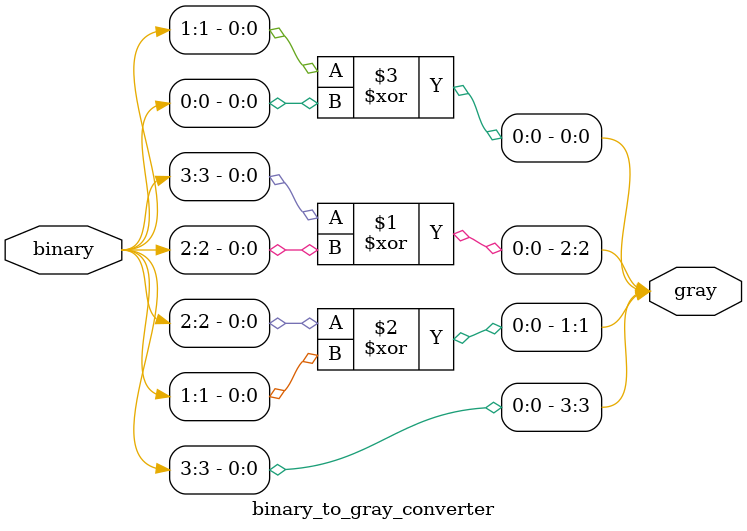
<source format=v>
module binary_to_gray_converter(
    input [3:0] binary,
    output [3:0] gray
);
    // Gray code conversion: G[i] = B[i] XOR B[i+1]
    // MSB remains the same
    assign gray[3] = binary[3];
    assign gray[2] = binary[3] ^ binary[2];
    assign gray[1] = binary[2] ^ binary[1];
    assign gray[0] = binary[1] ^ binary[0];
    
endmodule
</source>
